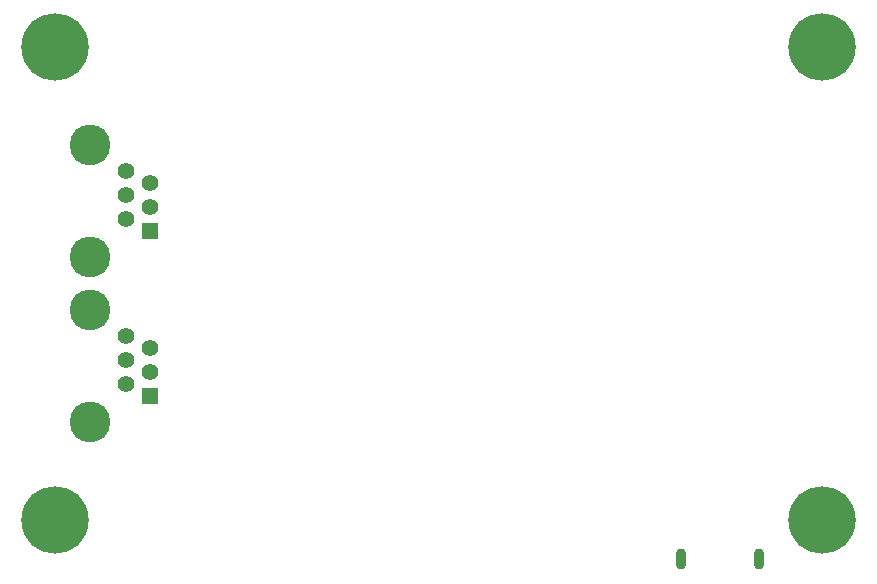
<source format=gbr>
G04 #@! TF.GenerationSoftware,KiCad,Pcbnew,7.0.2.1-36-g582732918d-dirty-deb11*
G04 #@! TF.CreationDate,2023-06-21T13:54:50+00:00*
G04 #@! TF.ProjectId,LocoBuffer,4c6f636f-4275-4666-9665-722e6b696361,rev?*
G04 #@! TF.SameCoordinates,Original*
G04 #@! TF.FileFunction,Soldermask,Bot*
G04 #@! TF.FilePolarity,Negative*
%FSLAX46Y46*%
G04 Gerber Fmt 4.6, Leading zero omitted, Abs format (unit mm)*
G04 Created by KiCad (PCBNEW 7.0.2.1-36-g582732918d-dirty-deb11) date 2023-06-21 13:54:50*
%MOMM*%
%LPD*%
G01*
G04 APERTURE LIST*
%ADD10C,3.450000*%
%ADD11R,1.398000X1.398000*%
%ADD12C,1.398000*%
%ADD13C,5.700000*%
%ADD14O,0.900000X1.800000*%
G04 APERTURE END LIST*
D10*
X38000000Y-83237500D03*
X38000000Y-92762500D03*
D11*
X43080000Y-90540000D03*
D12*
X41050000Y-89524000D03*
X43080000Y-88508000D03*
X41048000Y-87492000D03*
X43080000Y-86476000D03*
X41050000Y-85460000D03*
D10*
X38000000Y-97237500D03*
X38000000Y-106762500D03*
D11*
X43080000Y-104540000D03*
D12*
X41050000Y-103524000D03*
X43080000Y-102508000D03*
X41048000Y-101492000D03*
X43080000Y-100476000D03*
X41050000Y-99460000D03*
D13*
X35000000Y-75000000D03*
X35000000Y-115000000D03*
X100000000Y-115000000D03*
X100000000Y-75000000D03*
D14*
X88015000Y-118364000D03*
X94615000Y-118364000D03*
M02*

</source>
